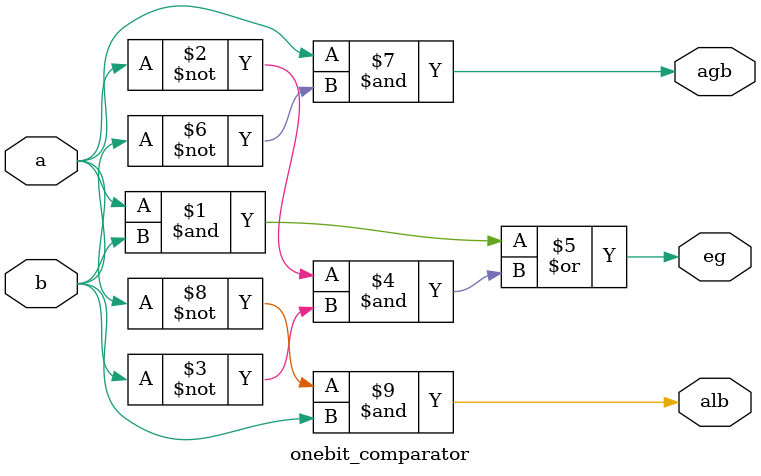
<source format=v>
`timescale 1ns / 1ps
module onebit_comparator(a,b,agb,eg,alb
    );
input a,b;
output agb,eg,alb;

assign eg = (a&b)|(~a&~b);
assign agb = (a&~b);
assign alb = (~a&b);

endmodule

</source>
